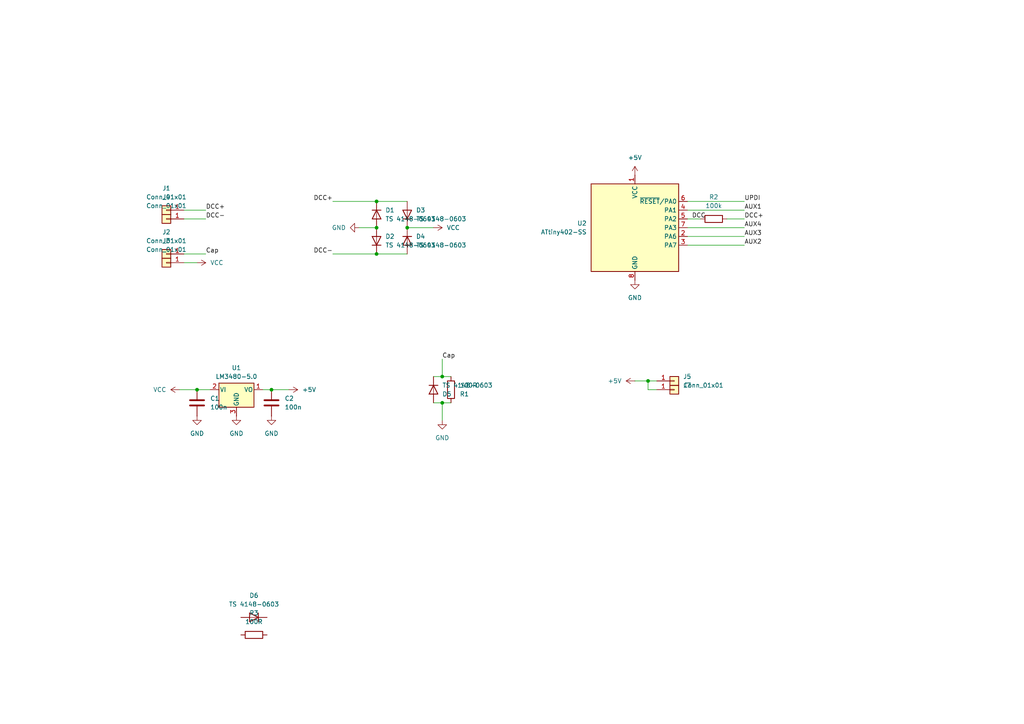
<source format=kicad_sch>
(kicad_sch (version 20231120) (generator "eeschema") (generator_version "8.0")
  (paper "A4")
  (title_block (title "4ch Dcc Function Decoder") (date "2025-09-01") (rev "1.0") (company "Markus Grün"))
  (lib_symbols
    (symbol "Connector_Generic:Conn_01x01" (pin_names (offset 1.016) hide)
      (property "Reference" "J" (at 0 2.54 0))
      (property "Value" "Conn_01x01" (at 0 -2.54 0))
      (symbol "Conn_01x01_1_1"
        (rectangle (start -1.27 0.127) (end 0 -0.127) (stroke (width 0.1524)))
        (rectangle (start -1.27 1.27) (end 1.27 -1.27) (stroke (width 0.254)) (fill (type background)))
        (pin passive line (at -5.08 0 0) (length 3.81) (name "Pin_1") (number "1"))
      )
    )
    (symbol "Device:C" (pin_numbers hide) (pin_names (offset 0.254))
      (property "Reference" "C" (at 0.635 2.54 0))
      (property "Value" "C" (at 0.635 -2.54 0))
      (symbol "C_0_1"
        (polyline (pts (xy -2.032 -0.762) (xy 2.032 -0.762)) (stroke (width 0.508)))
        (polyline (pts (xy -2.032 0.762) (xy 2.032 0.762)) (stroke (width 0.508)))
      )
      (symbol "C_1_1"
        (pin passive line (at 0 3.81 270) (length 2.794) (name "~") (number "1"))
        (pin passive line (at 0 -3.81 90) (length 2.794) (name "~") (number "2"))
      )
    )
    (symbol "Device:D" (pin_numbers hide) (pin_names (offset 1.016) hide)
      (property "Reference" "D" (at 0 2.54 0))
      (property "Value" "D" (at 0 -2.54 0))
      (symbol "D_0_1"
        (polyline (pts (xy -1.27 1.27) (xy -1.27 -1.27)) (stroke (width 0.254)))
        (polyline (pts (xy 1.27 0) (xy -1.27 0)))
        (polyline (pts (xy 1.27 1.27) (xy 1.27 -1.27) (xy -1.27 0) (xy 1.27 1.27)) (stroke (width 0.254)))
      )
      (symbol "D_1_1"
        (pin passive line (at -3.81 0 0) (length 2.54) (name "K") (number "1"))
        (pin passive line (at 3.81 0 180) (length 2.54) (name "A") (number "2"))
      )
    )
    (symbol "Device:R" (pin_numbers hide) (pin_names (offset 0))
      (property "Reference" "R" (at 2.032 0 90))
      (property "Value" "R" (at 0 0 90))
      (symbol "R_0_1"
        (rectangle (start -1.016 -2.54) (end 1.016 2.54) (stroke (width 0.254)))
      )
      (symbol "R_1_1"
        (pin passive line (at 0 3.81 270) (length 1.27) (name "~") (number "1"))
        (pin passive line (at 0 -3.81 90) (length 1.27) (name "~") (number "2"))
      )
    )
    (symbol "MCU_Microchip_ATtiny:ATtiny402-SS"
      (property "Reference" "U" (at -12.7 13.97 0))
      (property "Value" "ATtiny402-SS" (at 2.54 -13.97 0))
      (symbol "ATtiny402-SS_0_1"
        (rectangle (start -12.7 -12.7) (end 12.7 12.7) (stroke (width 0.254)) (fill (type background)))
      )
      (symbol "ATtiny402-SS_1_1"
        (pin power_in line (at 0 15.24 270) (length 2.54) (name "VCC") (number "1"))
        (pin bidirectional line (at 15.24 -2.54 180) (length 2.54) (name "PA6") (number "2"))
        (pin bidirectional line (at 15.24 -5.08 180) (length 2.54) (name "PA7") (number "3"))
        (pin bidirectional line (at 15.24 5.08 180) (length 2.54) (name "PA1") (number "4"))
        (pin bidirectional line (at 15.24 2.54 180) (length 2.54) (name "PA2") (number "5"))
        (pin bidirectional line (at 15.24 7.62 180) (length 2.54) (name "~{RESET}/PA0") (number "6"))
        (pin bidirectional line (at 15.24 0 180) (length 2.54) (name "PA3") (number "7"))
        (pin power_in line (at 0 -15.24 90) (length 2.54) (name "GND") (number "8"))
      )
    )
    (symbol "Regulator_Linear:LM3480-5.0" (pin_names (offset 0.254))
      (property "Reference" "U" (at -3.81 3.175 0))
      (property "Value" "LM3480-5.0" (at 0 3.175 0))
      (symbol "LM3480-5.0_0_1"
        (rectangle (start -5.08 1.905) (end 5.08 -5.08) (stroke (width 0.254)) (fill (type background)))
      )
      (symbol "LM3480-5.0_1_1"
        (pin power_out line (at 7.62 0 180) (length 2.54) (name "VO") (number "1"))
        (pin power_in line (at -7.62 0 0) (length 2.54) (name "VI") (number "2"))
        (pin power_in line (at 0 -7.62 90) (length 2.54) (name "GND") (number "3"))
      )
    )
    (symbol "power:+5V" (power) (pin_numbers hide) (pin_names (offset 0) hide)
      (property "Value" "+5V" (at 0 3.556 0))
      (symbol "+5V_0_1"
        (polyline (pts (xy -0.762 1.27) (xy 0 2.54)))
        (polyline (pts (xy 0 0) (xy 0 2.54)))
        (polyline (pts (xy 0 2.54) (xy 0.762 1.27)))
      )
      (symbol "+5V_1_1"
        (pin power_in line (at 0 0 90) (length 0) (name "~") (number "1"))
      )
    )
    (symbol "power:GND" (power) (pin_numbers hide) (pin_names (offset 0) hide)
      (property "Value" "GND" (at 0 -3.81 0))
      (symbol "GND_0_1"
        (polyline (pts (xy 0 0) (xy 0 -1.27) (xy 1.27 -1.27) (xy 0 -2.54) (xy -1.27 -1.27) (xy 0 -1.27)))
      )
      (symbol "GND_1_1"
        (pin power_in line (at 0 0 270) (length 0) (name "~") (number "1"))
      )
    )
    (symbol "power:VCC" (power) (pin_numbers hide) (pin_names (offset 0) hide)
      (property "Value" "VCC" (at 0 3.556 0))
      (symbol "VCC_0_1"
        (polyline (pts (xy -0.762 1.27) (xy 0 2.54)))
        (polyline (pts (xy 0 0) (xy 0 2.54)))
        (polyline (pts (xy 0 2.54) (xy 0.762 1.27)))
      )
      (symbol "VCC_1_1"
        (pin power_in line (at 0 0 90) (length 0) (name "~") (number "1"))
      )
    )
  )
  (junction (at 128.27 109.22))
  (junction (at 57.15 113.03))
  (junction (at 109.22 73.66))
  (junction (at 109.22 66.04))
  (junction (at 118.11 66.04))
  (junction (at 128.27 116.84))
  (junction (at 187.96 110.49))
  (junction (at 109.22 58.42))
  (junction (at 78.74 113.03))
  (wire (pts (xy 199.39 60.96) (xy 215.9 60.96)))
  (wire (pts (xy 199.39 68.58) (xy 215.9 68.58)))
  (wire (pts (xy 53.34 73.66) (xy 59.69 73.66)))
  (wire (pts (xy 125.73 109.22) (xy 128.27 109.22)))
  (wire (pts (xy 109.22 58.42) (xy 118.11 58.42)))
  (wire (pts (xy 53.34 76.2) (xy 57.15 76.2)))
  (wire (pts (xy 184.15 110.49) (xy 187.96 110.49)))
  (wire (pts (xy 125.73 116.84) (xy 128.27 116.84)))
  (wire (pts (xy 199.39 58.42) (xy 215.9 58.42)))
  (wire (pts (xy 96.52 58.42) (xy 109.22 58.42)))
  (wire (pts (xy 96.52 73.66) (xy 109.22 73.66)))
  (wire (pts (xy 128.27 109.22) (xy 130.81 109.22)))
  (wire (pts (xy 203.2 63.5) (xy 199.39 63.5)))
  (wire (pts (xy 118.11 66.04) (xy 125.73 66.04)))
  (wire (pts (xy 57.15 113.03) (xy 60.96 113.03)))
  (wire (pts (xy 199.39 71.12) (xy 215.9 71.12)))
  (wire (pts (xy 109.22 73.66) (xy 118.11 73.66)))
  (wire (pts (xy 78.74 113.03) (xy 83.82 113.03)))
  (wire (pts (xy 187.96 110.49) (xy 187.96 113.03)))
  (wire (pts (xy 53.34 63.5) (xy 59.69 63.5)))
  (wire (pts (xy 53.34 60.96) (xy 59.69 60.96)))
  (wire (pts (xy 104.14 66.04) (xy 109.22 66.04)))
  (wire (pts (xy 187.96 113.03) (xy 190.5 113.03)))
  (wire (pts (xy 52.07 113.03) (xy 57.15 113.03)))
  (wire (pts (xy 199.39 66.04) (xy 215.9 66.04)))
  (wire (pts (xy 76.2 113.03) (xy 78.74 113.03)))
  (wire (pts (xy 128.27 109.22) (xy 128.27 104.14)))
  (wire (pts (xy 210.82 63.5) (xy 215.9 63.5)))
  (wire (pts (xy 190.5 110.49) (xy 187.96 110.49)))
  (wire (pts (xy 128.27 121.92) (xy 128.27 116.84)))
  (wire (pts (xy 128.27 116.84) (xy 130.81 116.84)))
  (label "DCC+" (at 215.9 63.5 0))
  (label "UPDI" (at 215.9 58.42 0))
  (label "DCC-" (at 59.69 63.5 0))
  (label "AUX1" (at 215.9 60.96 0))
  (label "Cap" (at 128.27 104.14 0))
  (label "AUX4" (at 215.9 66.04 0))
  (label "DCC" (at 200.66 63.5 0))
  (label "DCC+" (at 96.52 58.42 180))
  (label "AUX2" (at 215.9 71.12 0))
  (label "DCC-" (at 96.52 73.66 180))
  (label "Cap" (at 59.69 73.66 0))
  (label "DCC+" (at 59.69 60.96 0))
  (label "AUX3" (at 215.9 68.58 0))
  (symbol (lib_id "Device:D") (at 118.11 62.23 90) (unit 1)
    (property "Reference" "D3" (at 120.65 60.9599 90) (effects (justify right)))
    (property "Value" "TS 4148-0603" (at 120.65 63.4999 90) (effects (justify right)))
    (property "Footprint" "Diode_SMD:D_0603_1608Metric_Pad1.05x0.95mm_HandSolder" (effects (hide yes)))
    (property "Description" "Diode" (effects (hide yes)))
    (property "Sim.Device" "D" (effects (hide yes)))
    (property "Sim.Pins" "1=K 2=A" (effects (hide yes)))
  )
  (symbol (lib_id "power:VCC") (at 57.15 76.2 270) (unit 1)
    (property "Reference" "#PWR02" (effects (hide yes)))
    (property "Value" "VCC" (at 60.96 76.1999 90) (effects (justify left)))
    (property "Description" "Power symbol creates a global label with name \"VCC\"" (effects (hide yes)))
  )
  (symbol (lib_id "Device:D") (at 125.73 113.03 90) (mirror x) (unit 1)
    (property "Reference" "D5" (at 128.27 114.3001 90) (effects (justify right)))
    (property "Value" "TS 4148-0603" (at 128.27 111.7601 90) (effects (justify right)))
    (property "Footprint" "Diode_SMD:D_0603_1608Metric_Pad1.05x0.95mm_HandSolder" (effects (hide yes)))
    (property "Description" "Diode" (effects (hide yes)))
    (property "Sim.Device" "D" (effects (hide yes)))
    (property "Sim.Pins" "1=K 2=A" (effects (hide yes)))
  )
  (symbol (lib_id "Connector_Generic:Conn_01x01") (at 195.58 110.49 0) (unit 1)
    (property "Reference" "J5" (at 198.12 109.2199 0) (effects (justify left)))
    (property "Value" "Conn_01x01" (at 198.12 111.7599 0) (effects (justify left)))
    (property "Footprint" "Markus:Solderpad_1x_SMD_1.0x0.7" (effects (hide yes)))
    (property "Description" "Generic connector, single row, 01x01, script generated (kicad-library-utils/schlib/autogen/connector/)" (effects (hide yes)))
  )
  (symbol (lib_id "power:+5V") (at 83.82 113.03 270) (unit 1)
    (property "Reference" "#PWR08" (effects (hide yes)))
    (property "Value" "+5V" (at 87.63 113.0299 90) (effects (justify left)))
    (property "Description" "Power symbol creates a global label with name \"+5V\"" (effects (hide yes)))
  )
  (symbol (lib_id "power:+5V") (at 184.15 50.8 0) (unit 1)
    (property "Reference" "#PWR011" (effects (hide yes)))
    (property "Value" "+5V" (at 184.15 45.72 0))
    (property "Description" "Power symbol creates a global label with name \"+5V\"" (effects (hide yes)))
  )
  (symbol (lib_id "Device:R") (at 73.66 184.15 90) (mirror x) (unit 1)
    (property "Reference" "R3" (at 73.66 177.8 90))
    (property "Value" "100R" (at 73.66 180.34 90))
    (property "Footprint" "Resistor_SMD:R_0603_1608Metric_Pad0.98x0.95mm_HandSolder" (effects (hide yes)))
    (property "Description" "Resistor" (effects (hide yes)))
  )
  (symbol (lib_id "Connector_Generic:Conn_01x01") (at 48.26 76.2 180) (unit 1)
    (property "Reference" "J3" (at 48.26 69.85 0))
    (property "Value" "Conn_01x01" (at 48.26 72.39 0))
    (property "Footprint" "Markus:Solderpad_1x_SMD_1.0x0.7" (effects (hide yes)))
    (property "Description" "Generic connector, single row, 01x01, script generated (kicad-library-utils/schlib/autogen/connector/)" (effects (hide yes)))
  )
  (symbol (lib_id "power:VCC") (at 52.07 113.03 90) (unit 1)
    (property "Reference" "#PWR03" (effects (hide yes)))
    (property "Value" "VCC" (at 48.26 113.0299 90) (effects (justify left)))
    (property "Description" "Power symbol creates a global label with name \"VCC\"" (effects (hide yes)))
  )
  (symbol (lib_id "power:GND") (at 78.74 120.65 0) (unit 1)
    (property "Reference" "#PWR07" (effects (hide yes)))
    (property "Value" "GND" (at 78.74 125.73 0))
    (property "Description" "Power symbol creates a global label with name \"GND\" , ground" (effects (hide yes)))
  )
  (symbol (lib_id "Device:D") (at 109.22 69.85 90) (unit 1)
    (property "Reference" "D2" (at 111.76 68.5799 90) (effects (justify right)))
    (property "Value" "TS 4148-0603" (at 111.76 71.1199 90) (effects (justify right)))
    (property "Footprint" "Diode_SMD:D_0603_1608Metric_Pad1.05x0.95mm_HandSolder" (effects (hide yes)))
    (property "Description" "Diode" (effects (hide yes)))
    (property "Sim.Device" "D" (effects (hide yes)))
    (property "Sim.Pins" "1=K 2=A" (effects (hide yes)))
  )
  (symbol (lib_id "MCU_Microchip_ATtiny:ATtiny402-SS") (at 184.15 66.04 0) (unit 1)
    (property "Reference" "U2" (at 170.18 64.7699 0) (effects (justify right)))
    (property "Value" "ATtiny402-SS" (at 170.18 67.3099 0) (effects (justify right)))
    (property "Footprint" "Package_SO:SOIC-8_3.9x4.9mm_P1.27mm" (effects (hide yes)))
    (property "Datasheet" "http://ww1.microchip.com/downloads/en/DeviceDoc/ATtiny202-402-AVR-MCU-with-Core-Independent-Peripherals_and-picoPower-40001969A.pdf" (effects (hide yes)))
    (property "Description" "20MHz, 4kB Flash, 256B SRAM, 128B EEPROM, SOIC-8" (effects (hide yes)))
  )
  (symbol (lib_id "Connector_Generic:Conn_01x01") (at 195.58 113.03 0) (unit 1)
    (property "Reference" "J7" (at 198.12 111.7599 0) (effects (justify left)))
    (property "Value" "Conn_01x01" (effects (hide yes)))
    (property "Footprint" "Markus:Solderpad_1x_SMD_1.0x0.7" (effects (hide yes)))
    (property "Description" "Generic connector, single row, 01x01, script generated (kicad-library-utils/schlib/autogen/connector/)" (effects (hide yes)))
  )
  (symbol (lib_id "Device:C") (at 78.74 116.84 0) (unit 1)
    (property "Reference" "C2" (at 82.55 115.5699 0) (effects (justify left)))
    (property "Value" "100n" (at 82.55 118.1099 0) (effects (justify left)))
    (property "Footprint" "Capacitor_SMD:C_0603_1608Metric_Pad1.08x0.95mm_HandSolder" (effects (hide yes)))
    (property "Description" "Unpolarized capacitor" (effects (hide yes)))
  )
  (symbol (lib_id "Device:D") (at 109.22 62.23 270) (unit 1)
    (property "Reference" "D1" (at 111.76 60.9599 90) (effects (justify left)))
    (property "Value" "TS 4148-0603" (at 111.76 63.4999 90) (effects (justify left)))
    (property "Footprint" "Diode_SMD:D_0603_1608Metric_Pad1.05x0.95mm_HandSolder" (effects (hide yes)))
    (property "Description" "Diode" (effects (hide yes)))
    (property "Sim.Device" "D" (effects (hide yes)))
    (property "Sim.Pins" "1=K 2=A" (effects (hide yes)))
  )
  (symbol (lib_id "power:GND") (at 128.27 121.92 0) (unit 1)
    (property "Reference" "#PWR09" (effects (hide yes)))
    (property "Value" "GND" (at 128.27 127 0))
    (property "Description" "Power symbol creates a global label with name \"GND\" , ground" (effects (hide yes)))
  )
  (symbol (lib_id "power:GND") (at 104.14 66.04 270) (unit 1)
    (property "Reference" "#PWR01" (effects (hide yes)))
    (property "Value" "GND" (at 100.33 66.0399 90) (effects (justify right)))
    (property "Description" "Power symbol creates a global label with name \"GND\" , ground" (effects (hide yes)))
  )
  (symbol (lib_id "Connector_Generic:Conn_01x01") (at 48.26 60.96 180) (unit 1)
    (property "Reference" "J1" (at 48.26 54.61 0))
    (property "Value" "Conn_01x01" (at 48.26 57.15 0))
    (property "Footprint" "Markus:Solderpad_1x_SMD_1.0x0.7" (effects (hide yes)))
    (property "Description" "Generic connector, single row, 01x01, script generated (kicad-library-utils/schlib/autogen/connector/)" (effects (hide yes)))
  )
  (symbol (lib_id "Device:D") (at 118.11 69.85 270) (unit 1)
    (property "Reference" "D4" (at 120.65 68.5799 90) (effects (justify left)))
    (property "Value" "TS 4148-0603" (at 120.65 71.1199 90) (effects (justify left)))
    (property "Footprint" "Diode_SMD:D_0603_1608Metric_Pad1.05x0.95mm_HandSolder" (effects (hide yes)))
    (property "Description" "Diode" (effects (hide yes)))
    (property "Sim.Device" "D" (effects (hide yes)))
    (property "Sim.Pins" "1=K 2=A" (effects (hide yes)))
  )
  (symbol (lib_id "power:VCC") (at 125.73 66.04 270) (unit 1)
    (property "Reference" "#PWR05" (effects (hide yes)))
    (property "Value" "VCC" (at 129.54 66.0399 90) (effects (justify left)))
    (property "Description" "Power symbol creates a global label with name \"VCC\"" (effects (hide yes)))
  )
  (symbol (lib_id "Regulator_Linear:LM3480-5.0") (at 68.58 113.03 0) (unit 1)
    (property "Reference" "U1" (at 68.58 106.68 0))
    (property "Value" "LM3480-5.0" (at 68.58 109.22 0))
    (property "Footprint" "Package_TO_SOT_SMD:SOT-23" (effects (hide yes)))
    (property "Datasheet" "http://www.ti.com/lit/ds/symlink/lm3480.pdf" (effects (hide yes)))
    (property "Description" "100mA, Quasi Low Dropout Voltage Regulator, 5.0V positive fixed output, SOT-23 package" (effects (hide yes)))
  )
  (symbol (lib_id "Device:R") (at 130.81 113.03 0) (mirror x) (unit 1)
    (property "Reference" "R1" (at 133.35 114.3001 0) (effects (justify left)))
    (property "Value" "100R" (at 133.35 111.7601 0) (effects (justify left)))
    (property "Footprint" "Resistor_SMD:R_0603_1608Metric_Pad0.98x0.95mm_HandSolder" (effects (hide yes)))
    (property "Description" "Resistor" (effects (hide yes)))
  )
  (symbol (lib_id "power:+5V") (at 184.15 110.49 90) (unit 1)
    (property "Reference" "#PWR012" (effects (hide yes)))
    (property "Value" "+5V" (at 180.34 110.4899 90) (effects (justify left)))
    (property "Description" "Power symbol creates a global label with name \"+5V\"" (effects (hide yes)))
  )
  (symbol (lib_id "power:GND") (at 68.58 120.65 0) (unit 1)
    (property "Reference" "#PWR06" (effects (hide yes)))
    (property "Value" "GND" (at 68.58 125.73 0))
    (property "Description" "Power symbol creates a global label with name \"GND\" , ground" (effects (hide yes)))
  )
  (symbol (lib_id "Device:D") (at 73.66 179.07 0) (mirror y) (unit 1)
    (property "Reference" "D6" (at 73.66 172.72 0))
    (property "Value" "TS 4148-0603" (at 73.66 175.26 0))
    (property "Footprint" "Diode_SMD:D_0603_1608Metric_Pad1.05x0.95mm_HandSolder" (effects (hide yes)))
    (property "Description" "Diode" (effects (hide yes)))
    (property "Sim.Device" "D" (effects (hide yes)))
    (property "Sim.Pins" "1=K 2=A" (effects (hide yes)))
  )
  (symbol (lib_id "Connector_Generic:Conn_01x01") (at 48.26 63.5 180) (unit 1)
    (property "Reference" "J4" (at 48.26 57.15 0))
    (property "Value" "Conn_01x01" (at 48.26 59.69 0))
    (property "Footprint" "Markus:Solderpad_1x_SMD_1.0x0.7" (effects (hide yes)))
    (property "Description" "Generic connector, single row, 01x01, script generated (kicad-library-utils/schlib/autogen/connector/)" (effects (hide yes)))
  )
  (symbol (lib_id "power:GND") (at 184.15 81.28 0) (unit 1)
    (property "Reference" "#PWR010" (effects (hide yes)))
    (property "Value" "GND" (at 184.15 86.36 0))
    (property "Description" "Power symbol creates a global label with name \"GND\" , ground" (effects (hide yes)))
  )
  (symbol (lib_id "Device:C") (at 57.15 116.84 0) (unit 1)
    (property "Reference" "C1" (at 60.96 115.5699 0) (effects (justify left)))
    (property "Value" "100n" (at 60.96 118.1099 0) (effects (justify left)))
    (property "Footprint" "Capacitor_SMD:C_0603_1608Metric_Pad1.08x0.95mm_HandSolder" (effects (hide yes)))
    (property "Description" "Unpolarized capacitor" (effects (hide yes)))
  )
  (symbol (lib_id "Connector_Generic:Conn_01x01") (at 48.26 73.66 180) (unit 1)
    (property "Reference" "J2" (at 48.26 67.31 0))
    (property "Value" "Conn_01x01" (at 48.26 69.85 0))
    (property "Footprint" "Markus:Solderpad_1x_SMD_1.0x0.7" (effects (hide yes)))
    (property "Description" "Generic connector, single row, 01x01, script generated (kicad-library-utils/schlib/autogen/connector/)" (effects (hide yes)))
  )
  (symbol (lib_id "Device:R") (at 207.01 63.5 270) (mirror x) (unit 1)
    (property "Reference" "R2" (at 207.01 57.15 90))
    (property "Value" "100k" (at 207.01 59.69 90))
    (property "Footprint" "Resistor_SMD:R_0603_1608Metric_Pad0.98x0.95mm_HandSolder" (effects (hide yes)))
    (property "Description" "Resistor" (effects (hide yes)))
  )
  (symbol (lib_id "power:GND") (at 57.15 120.65 0) (unit 1)
    (property "Reference" "#PWR04" (effects (hide yes)))
    (property "Value" "GND" (at 57.15 125.73 0))
    (property "Description" "Power symbol creates a global label with name \"GND\" , ground" (effects (hide yes)))
  )
)
</source>
